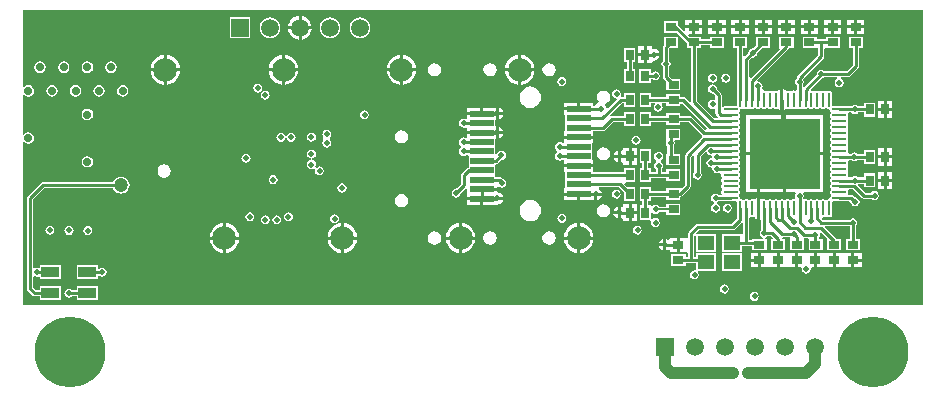
<source format=gtl>
%FSTAX23Y23*%
%MOIN*%
%SFA1B1*%

%IPPOS*%
%ADD10C,0.009843*%
%ADD15R,0.078740X0.019685*%
%ADD16R,0.027559X0.037401*%
%ADD17R,0.059055X0.035433*%
%ADD18O,0.009843X0.051181*%
%ADD19O,0.051181X0.009843*%
%ADD20R,0.236220X0.236220*%
%ADD21R,0.037401X0.027559*%
%ADD22R,0.055118X0.047244*%
%ADD37C,0.039370*%
%ADD38C,0.008000*%
%ADD39C,0.078740*%
%ADD40R,0.059055X0.059055*%
%ADD41C,0.059055*%
%ADD42C,0.236220*%
%ADD43C,0.019685*%
%ADD44C,0.047244*%
%ADD45C,0.027559*%
%LNboard-1*%
%LPD*%
G36*
X05185Y04325D02*
X02185D01*
Y04868*
X0219Y0487*
X02191Y04868*
X02197Y04864*
X02204Y04862*
X02212Y04864*
X02218Y04868*
X02222Y04874*
X02223Y04881*
X02222Y04889*
X02218Y04895*
X02212Y04899*
X02204Y04901*
X02197Y04899*
X02191Y04895*
X0219Y04893*
X02185Y04895*
Y05026*
X0219Y05027*
X02191Y05025*
X02197Y05021*
X02204Y0502*
X02212Y05021*
X02218Y05025*
X02222Y05032*
X02223Y05039*
X02222Y05046*
X02218Y05052*
X02212Y05057*
X02204Y05058*
X02197Y05057*
X02191Y05052*
X0219Y05051*
X02185Y05052*
Y0531*
X05185*
Y04325*
G37*
%LNboard-2*%
%LPC*%
G36*
X04837Y05276D02*
X04813D01*
Y05257*
X04837*
Y05276*
G37*
G36*
X04606D02*
X04582D01*
Y05257*
X04606*
Y05276*
G37*
G36*
X04914D02*
X04891D01*
Y05257*
X04914*
Y05276*
G37*
G36*
X04991D02*
X04968D01*
Y05257*
X04991*
Y05276*
G37*
G36*
X04683D02*
X04659D01*
Y05257*
X04683*
Y05276*
G37*
G36*
X04451D02*
X04428D01*
Y05257*
X04451*
Y05276*
G37*
G36*
X0476D02*
X04736D01*
Y05257*
X0476*
Y05276*
G37*
G36*
X04529D02*
X04505D01*
Y05257*
X04529*
Y05276*
G37*
G36*
X04495D02*
X04471D01*
Y05257*
X04495*
Y05276*
G37*
G36*
X04418D02*
X04394D01*
Y05257*
X04418*
Y05276*
G37*
G36*
X04726D02*
X04703D01*
Y05257*
X04726*
Y05276*
G37*
G36*
X04958D02*
X04934D01*
Y05257*
X04958*
Y05276*
G37*
G36*
X04649D02*
X04625D01*
Y05257*
X04649*
Y05276*
G37*
G36*
X04572D02*
X04548D01*
Y05257*
X04572*
Y05276*
G37*
G36*
X04881D02*
X04857D01*
Y05257*
X04881*
Y05276*
G37*
G36*
X04803D02*
X0478D01*
Y05257*
X04803*
Y05276*
G37*
G36*
X03115Y05289D02*
Y05255D01*
X03149*
X03148Y0526*
X03144Y05269*
X03138Y05278*
X03129Y05284*
X0312Y05288*
X03115Y05289*
G37*
G36*
X03105D02*
X03099Y05288D01*
X0309Y05284*
X03081Y05278*
X03075Y05269*
X03071Y0526*
X0307Y05255*
X03105*
Y05289*
G37*
G36*
X04991Y05247D02*
X04968D01*
Y05228*
X04991*
Y05247*
G37*
G36*
X04958D02*
X04934D01*
Y05228*
X04958*
Y05247*
G37*
G36*
X04914D02*
X04891D01*
Y05228*
X04914*
Y05247*
G37*
G36*
X04881D02*
X04857D01*
Y05228*
X04881*
Y05247*
G37*
G36*
X04837D02*
X04813D01*
Y05228*
X04837*
Y05247*
G37*
G36*
X04803D02*
X0478D01*
Y05228*
X04803*
Y05247*
G37*
G36*
X0476D02*
X04736D01*
Y05228*
X0476*
Y05247*
G37*
G36*
X04726D02*
X04703D01*
Y05228*
X04726*
Y05247*
G37*
G36*
X04683D02*
X04659D01*
Y05228*
X04683*
Y05247*
G37*
G36*
X04649D02*
X04625D01*
Y05228*
X04649*
Y05247*
G37*
G36*
X04606D02*
X04582D01*
Y05228*
X04606*
Y05247*
G37*
G36*
X04572D02*
X04548D01*
Y05228*
X04572*
Y05247*
G37*
G36*
X04529D02*
X04505D01*
Y05228*
X04529*
Y05247*
G37*
G36*
X04495D02*
X04471D01*
Y05228*
X04495*
Y05247*
G37*
G36*
X04451D02*
X04428D01*
Y05228*
X04451*
Y05247*
G37*
G36*
X02944Y05284D02*
X02875D01*
Y05215*
X02944*
Y05284*
G37*
G36*
X0331Y05284D02*
X033Y05283D01*
X03292Y0528*
X03285Y05274*
X03279Y05267*
X03276Y05259*
X03275Y0525*
X03276Y0524*
X03279Y05232*
X03285Y05225*
X03292Y05219*
X033Y05216*
X0331Y05215*
X03319Y05216*
X03327Y05219*
X03334Y05225*
X0334Y05232*
X03343Y0524*
X03344Y0525*
X03343Y05259*
X0334Y05267*
X03334Y05274*
X03327Y0528*
X03319Y05283*
X0331Y05284*
G37*
G36*
X0321D02*
X032Y05283D01*
X03192Y0528*
X03185Y05274*
X03179Y05267*
X03176Y05259*
X03175Y0525*
X03176Y0524*
X03179Y05232*
X03185Y05225*
X03192Y05219*
X032Y05216*
X0321Y05215*
X03219Y05216*
X03227Y05219*
X03234Y05225*
X0324Y05232*
X03243Y0524*
X03244Y0525*
X03243Y05259*
X0324Y05267*
X03234Y05274*
X03227Y0528*
X03219Y05283*
X0321Y05284*
G37*
G36*
X0301D02*
X03Y05283D01*
X02992Y0528*
X02985Y05274*
X02979Y05267*
X02976Y05259*
X02975Y0525*
X02976Y0524*
X02979Y05232*
X02985Y05225*
X02992Y05219*
X03Y05216*
X0301Y05215*
X03019Y05216*
X03027Y05219*
X03034Y05225*
X0304Y05232*
X03043Y0524*
X03044Y0525*
X03043Y05259*
X0304Y05267*
X03034Y05274*
X03027Y0528*
X03019Y05283*
X0301Y05284*
G37*
G36*
X03149Y05245D02*
X03115D01*
Y0521*
X0312Y05211*
X03129Y05215*
X03138Y05221*
X03144Y0523*
X03148Y05239*
X03149Y05245*
G37*
G36*
X03105D02*
X0307D01*
X03071Y05239*
X03075Y0523*
X03081Y05221*
X0309Y05215*
X03099Y05211*
X03105Y0521*
Y05245*
G37*
G36*
X04255Y05188D02*
X04236D01*
Y05165*
X04255*
Y05188*
G37*
G36*
X04284D02*
X04265D01*
Y0516*
Y05131*
X04284*
Y05136*
X04288Y05139*
X04289Y05139*
X04296Y05141*
X04303Y05145*
X04307Y05152*
X04308Y05155*
X04289*
Y05165*
X04308*
X04307Y05167*
X04303Y05174*
X04296Y05178*
X04289Y0518*
X04288Y0518*
X04284Y05183*
Y05188*
G37*
G36*
X04255Y05155D02*
X04236D01*
Y05131*
X04255*
Y05155*
G37*
G36*
X03847Y05159D02*
Y05115D01*
X03891*
X0389Y05122*
X03885Y05134*
X03877Y05145*
X03867Y05153*
X03855Y05158*
X03847Y05159*
G37*
G36*
X03837D02*
X03829Y05158D01*
X03817Y05153*
X03807Y05145*
X03799Y05134*
X03794Y05122*
X03793Y05115*
X03837*
Y05159*
G37*
G36*
X03453D02*
Y05115D01*
X03497*
X03496Y05122*
X03491Y05134*
X03483Y05145*
X03473Y05153*
X03461Y05158*
X03453Y05159*
G37*
G36*
X03443D02*
X03435Y05158D01*
X03423Y05153*
X03413Y05145*
X03405Y05134*
X034Y05122*
X03399Y05115*
X03443*
Y05159*
G37*
G36*
X0306D02*
Y05115D01*
X03104*
X03103Y05122*
X03098Y05134*
X0309Y05145*
X03079Y05153*
X03067Y05158*
X0306Y05159*
G37*
G36*
X0305D02*
X03042Y05158D01*
X0303Y05153*
X03019Y05145*
X03011Y05134*
X03006Y05122*
X03005Y05115*
X0305*
Y05159*
G37*
G36*
X02666D02*
Y05115D01*
X0271*
X02709Y05122*
X02704Y05134*
X02696Y05145*
X02686Y05153*
X02674Y05158*
X02666Y05159*
G37*
G36*
X02656D02*
X02648Y05158D01*
X02636Y05153*
X02626Y05145*
X02618Y05134*
X02613Y05122*
X02612Y05115*
X02656*
Y05159*
G37*
G36*
X0248Y05137D02*
X02472Y05135D01*
X02466Y05131*
X02462Y05125*
X02461Y05118*
X02462Y0511*
X02466Y05104*
X02472Y051*
X0248Y05098*
X02487Y051*
X02493Y05104*
X02498Y0511*
X02499Y05118*
X02498Y05125*
X02493Y05131*
X02487Y05135*
X0248Y05137*
G37*
G36*
X02401D02*
X02394Y05135D01*
X02388Y05131*
X02383Y05125*
X02382Y05118*
X02383Y0511*
X02388Y05104*
X02394Y051*
X02401Y05098*
X02408Y051*
X02415Y05104*
X02419Y0511*
X0242Y05118*
X02419Y05125*
X02415Y05131*
X02408Y05135*
X02401Y05137*
G37*
G36*
X02322D02*
X02315Y05135D01*
X02309Y05131*
X02305Y05125*
X02303Y05118*
X02305Y0511*
X02309Y05104*
X02315Y051*
X02322Y05098*
X0233Y051*
X02336Y05104*
X0234Y0511*
X02341Y05118*
X0234Y05125*
X02336Y05131*
X0233Y05135*
X02322Y05137*
G37*
G36*
X02244D02*
X02236Y05135D01*
X0223Y05131*
X02226Y05125*
X02224Y05118*
X02226Y0511*
X0223Y05104*
X02236Y051*
X02244Y05098*
X02251Y051*
X02257Y05104*
X02261Y0511*
X02263Y05118*
X02261Y05125*
X02257Y05131*
X02251Y05135*
X02244Y05137*
G37*
G36*
X0394Y05132D02*
X03932Y0513D01*
X03925Y05125*
X0392Y05118*
X03918Y0511*
X0392Y05101*
X03925Y05094*
X03932Y05089*
X0394Y05087*
X03949Y05089*
X03956Y05094*
X03961Y05101*
X03962Y0511*
X03961Y05118*
X03956Y05125*
X03949Y0513*
X0394Y05132*
G37*
G36*
X03743D02*
X03735Y0513D01*
X03728Y05125*
X03723Y05118*
X03721Y0511*
X03723Y05101*
X03728Y05094*
X03735Y05089*
X03743Y05087*
X03752Y05089*
X03759Y05094*
X03764Y05101*
X03766Y0511*
X03764Y05118*
X03759Y05125*
X03752Y0513*
X03743Y05132*
G37*
G36*
X03558D02*
X0355Y0513D01*
X03543Y05125*
X03538Y05118*
X03536Y0511*
X03538Y05101*
X03543Y05094*
X0355Y05089*
X03558Y05087*
X03567Y05089*
X03574Y05094*
X03579Y05101*
X03581Y0511*
X03579Y05118*
X03574Y05125*
X03567Y0513*
X03558Y05132*
G37*
G36*
X04279Y05113D02*
X04241D01*
Y05066*
X04279*
Y05079*
X04284Y05079*
X04289Y05076*
X04295Y05074*
X043Y05076*
X04305Y05079*
X04308Y05084*
X0431Y0509*
X04308Y05095*
X04305Y051*
X043Y05103*
X04295Y05105*
X04289Y05103*
X04284Y051*
X04279Y051*
Y05113*
G37*
G36*
X04529Y05096D02*
X04523Y05095D01*
X04518Y05092*
X04515Y05087*
X04514Y05081*
X04515Y05075*
X04518Y0507*
X04523Y05067*
X04529Y05066*
X04535Y05067*
X04539Y0507*
X04543Y05075*
X04544Y05081*
X04543Y05087*
X04539Y05092*
X04535Y05095*
X04529Y05096*
G37*
G36*
X04485D02*
X04479Y05095D01*
X04474Y05092*
X04471Y05087*
X0447Y05081*
X04471Y05075*
X04474Y0507*
X04479Y05067*
X04485Y05066*
X04491Y05067*
X04496Y0507*
X04499Y05075*
X045Y05081*
X04499Y05087*
X04496Y05092*
X04491Y05095*
X04485Y05096*
G37*
G36*
X04228Y05183D02*
X0419D01*
Y05136*
X04199*
Y05113*
X0419*
Y05066*
X04228*
Y05113*
X04219*
Y05136*
X04228*
Y05183*
G37*
G36*
X03891Y05105D02*
X03847D01*
Y0506*
X03855Y05061*
X03867Y05066*
X03877Y05074*
X03885Y05085*
X0389Y05097*
X03891Y05105*
G37*
G36*
X03837D02*
X03793D01*
X03794Y05097*
X03799Y05085*
X03807Y05074*
X03817Y05066*
X03829Y05061*
X03837Y0506*
Y05105*
G37*
G36*
X03497D02*
X03453D01*
Y0506*
X03461Y05061*
X03473Y05066*
X03483Y05074*
X03491Y05085*
X03496Y05097*
X03497Y05105*
G37*
G36*
X03443D02*
X03399D01*
X034Y05097*
X03405Y05085*
X03413Y05074*
X03423Y05066*
X03435Y05061*
X03443Y0506*
Y05105*
G37*
G36*
X03104D02*
X0306D01*
Y0506*
X03067Y05061*
X03079Y05066*
X0309Y05074*
X03098Y05085*
X03103Y05097*
X03104Y05105*
G37*
G36*
X0305D02*
X03005D01*
X03006Y05097*
X03011Y05085*
X03019Y05074*
X0303Y05066*
X03042Y05061*
X0305Y0506*
Y05105*
G37*
G36*
X0271D02*
X02666D01*
Y0506*
X02674Y05061*
X02686Y05066*
X02696Y05074*
X02704Y05085*
X02709Y05097*
X0271Y05105*
G37*
G36*
X02656D02*
X02612D01*
X02613Y05097*
X02618Y05085*
X02626Y05074*
X02636Y05066*
X02648Y05061*
X02656Y0506*
Y05105*
G37*
G36*
X03983Y05085D02*
X03977Y05084D01*
X03972Y05081*
X03969Y05076*
X03967Y0507*
X03969Y05064*
X03972Y05059*
X03977Y05056*
X03983Y05055*
X03988Y05056*
X03993Y05059*
X03996Y05064*
X03998Y0507*
X03996Y05076*
X03993Y05081*
X03988Y05084*
X03983Y05085*
G37*
G36*
X04369Y05271D02*
X04322D01*
Y05233*
X04365*
X04399Y052*
Y05182*
X04413*
Y05003*
X04409Y05001*
X04408Y05001*
X04392Y05017*
X04388Y05019*
X04385Y0502*
X04378*
Y05028*
X04331*
Y0502*
X04279*
Y05033*
X04242*
Y04986*
X04279*
Y04999*
X0429*
X04292Y04997*
X04292Y04994*
X0429Y0499*
X04289Y04985*
X0429Y04979*
X04293Y04974*
X04298Y04971*
X04304Y04969*
X04309Y04971*
X04314Y04974*
X04318Y04979*
X04319Y04985*
X04318Y0499*
X04315Y04994*
X04316Y04997*
X04317Y04999*
X04331*
Y0499*
X04378*
Y04994*
X04383Y04996*
X04465Y04915*
X04463Y0491*
X0446Y04909*
X04417Y04953*
X04413Y04955*
X0441Y04956*
X04378*
Y04964*
X04331*
Y04956*
X04279*
Y04969*
X04242*
Y04922*
X04279*
Y04935*
X04331*
Y04926*
X04378*
Y04935*
X04405*
X0445Y04891*
X0445Y04891*
X04451Y04888*
X0445Y04885*
X04395Y04829*
X04393Y04826*
X04392Y04822*
Y04726*
X04382Y04716*
X04378Y04714*
X04331*
Y04705*
X04279*
Y04718*
X04242*
Y04671*
X04251*
Y04657*
X04242*
Y0461*
X04276*
X04277*
X04278Y04608*
X0428Y04605*
X04279Y046*
X04281Y04594*
X04284Y04589*
X04289Y04586*
X04295Y04585*
X043Y04586*
X04305Y04589*
X04308Y04594*
X0431Y046*
X04308Y04606*
X04305Y04611*
X043Y04614*
X04295Y04615*
X04289Y04614*
X04284Y04611*
X04282Y04612*
X04279Y04613*
Y04614*
Y04614*
Y04631*
X04282Y04632*
X04284Y04633*
X04289Y0463*
X04295Y04629*
X043Y0463*
X04305Y04633*
X04306Y04635*
X04331*
Y04625*
X04378*
Y04663*
X04331*
Y04653*
X04306*
X04305Y04655*
X043Y04658*
X04295Y04659*
X04289Y04658*
X04284Y04655*
X04284Y04655*
X04279Y04657*
X04271*
Y04671*
X04279*
Y04684*
X04331*
Y04676*
X04378*
Y04685*
X04378Y04685*
X04382Y04687*
X04409Y04715*
X04411Y04718*
X04412Y04722*
Y04818*
X0442Y04825*
X04421Y04825*
X04424Y04823*
Y04769*
X04424Y04769*
X04421Y04764*
X04419Y04758*
X04421Y04752*
X04424Y04747*
X04429Y04744*
X04435Y04743*
X0444Y04744*
X04445Y04747*
X04448Y04752*
X0445Y04758*
X04448Y04764*
X04445Y04769*
X04445Y04769*
Y0482*
X0446Y04836*
X04465Y04834*
X04466Y04833*
X04469Y04828*
X04474Y04825*
X0448Y04824*
X0448Y04824*
X04484Y0482*
X04484Y04819*
X04484Y04819*
X0448Y04814*
X0448Y04815*
X04474Y04813*
X04469Y0481*
X04466Y04805*
X04464Y048*
X04466Y04794*
X04469Y04789*
X04474Y04786*
X0448Y04784*
X0448Y04785*
X04484Y0478*
X04484Y0478*
X04486Y04774*
X04489Y04769*
X04494Y04766*
X045Y04765*
X04505Y04766*
X04508Y04768*
X04511Y04767*
X04511Y04766*
X04514Y04762*
X04514Y0476*
X04514Y04756*
X04517Y04753*
Y04748*
X04514Y04744*
X04514Y0474*
X04514Y04737*
X04517Y04733*
Y04728*
X04514Y04725*
X04514Y04721*
X04514Y04717*
X04517Y04714*
Y04708*
X04514Y04705*
X04514Y04701*
X04514Y04697*
X04515Y04696*
X04512Y04691*
X04506*
X04505Y04692*
X045Y04695*
X04495Y04696*
X04489Y04695*
X04484Y04692*
X04481Y04687*
X04479Y04681*
X04481Y04676*
X04484Y04671*
X04489Y04667*
X0449Y04667*
Y04662*
X04489Y04662*
X04484Y04659*
X04481Y04654*
X0448Y04648*
X04481Y04642*
X04484Y04637*
X04489Y04634*
X04495Y04633*
X045Y04634*
X04505Y04637*
X04509Y04642*
X0451Y04648*
X04509Y04654*
X04505Y04659*
X045Y04662*
X04499Y04662*
Y04667*
X045Y04667*
X04505Y04671*
X04506Y04671*
X04563*
X04566Y0467*
X04568Y04667*
Y04648*
Y04614*
X04549Y04595*
X04435*
X04431Y04594*
X04427Y04592*
X04407Y04571*
X04405Y04568*
X04404Y04564*
Y04552*
X044Y0455*
X04399*
X04376*
Y04526*
Y04502*
X04399*
X044*
X04404Y045*
Y04485*
X04395*
Y04494*
X04348*
Y04456*
X04395*
Y04465*
X0443*
Y04445*
X04425Y04441*
X04425Y04441*
X04419Y0444*
X04414Y04436*
X04411Y04431*
X04409Y04426*
X04411Y0442*
X04414Y04415*
X04419Y04412*
X04425Y04411*
X0443Y04412*
X04435Y04415*
X04438Y0442*
X0444Y04426*
X04438Y04431*
X04436Y04435*
X04437Y04439*
X04438Y0444*
X04496*
Y04498*
X0443*
Y04485*
X04424*
Y04557*
X04425Y04557*
X04428Y04557*
X0443Y04555*
Y04503*
X04496*
Y04561*
X04435*
X04432*
X0443Y04565*
X04439Y04574*
X04553*
X04557Y04575*
X0456Y04577*
X04583Y046*
X04588Y04598*
Y04542*
X04582*
Y04561*
X04517*
Y04503*
X04582*
Y04522*
X04618*
Y04507*
X04665*
Y04545*
X0466*
X04659Y0455*
X04662Y04551*
X04667Y04554*
X04668Y04554*
X0468*
X04685Y0455*
X04683Y04545*
X0468*
Y04507*
X04727*
Y04545*
X04718*
X04716Y04547*
X04716Y04547*
X0472Y04552*
X04742*
X04744Y0455*
X04742Y04545*
Y04507*
X0479*
Y0454*
Y04545*
X0479Y0455*
X04794*
X04804*
X04805Y04545*
Y04507*
X04852*
Y04545*
X04841*
X0484Y04547*
X04839Y0455*
X04842Y04554*
X04843Y0456*
X04842Y04565*
X04843Y04566*
X04848Y04567*
X04865Y04549*
X04867Y04545*
Y04507*
X04914*
Y04545*
X04898*
X04898Y04546*
X04859Y04585*
X0486Y04589*
X04942*
X04942Y04589*
X04943Y04588*
Y04545*
X04929*
Y04507*
X04977*
Y04545*
X04963*
Y04588*
X04964Y04589*
X04967Y04594*
X04968Y046*
X04967Y04605*
X04964Y0461*
X04959Y04613*
X04953Y04615*
X04947Y04613*
X04942Y0461*
X04942Y0461*
X04852*
X04849Y04613*
X04852Y04617*
X04854Y04617*
X04857Y04618*
X04861Y0462*
X04866*
X04869Y04618*
X04873Y04617*
X04877Y04618*
X0488Y0462*
X04883Y04623*
X04883Y04627*
Y04667*
X04885Y0467*
X04888Y04671*
X0494*
X04944Y0467*
X04946Y04664*
X04949Y04659*
X04954Y04656*
X0496Y04654*
X04965Y04656*
X0497Y04659*
X04973Y04664*
X04975Y0467*
X04973Y04675*
X0497Y0468*
X04965Y04683*
X0496Y04685*
X04959Y04684*
X04955Y04689*
X04952Y04691*
X04948Y04691*
X04939*
X04936Y04696*
X04937Y04697*
X04937Y04701*
X04937Y04705*
X04936Y04706*
X04939Y04711*
X04954*
X04982Y04683*
X04985Y04681*
X04989Y0468*
X05013*
X05014Y04679*
X05019Y04676*
X05025Y04675*
X0503Y04676*
X05035Y04679*
X05038Y04684*
X0504Y0469*
X05038Y04696*
X05035Y04701*
X0503Y04704*
X05025Y04705*
X05019Y04704*
X05014Y04701*
X05013Y047*
X04993*
X04969Y04724*
X0497Y04729*
X0497Y0473*
X04971Y0473*
X0499*
Y04717*
X05028*
Y04764*
X0499*
Y04751*
X04971*
X0497Y04751*
X04965Y04754*
X0496Y04756*
X04954Y04754*
X04949Y04751*
X04948Y04751*
X04939*
X04936Y04756*
X04937Y04756*
X04937Y0476*
X04937Y04764*
X04935Y04767*
Y04773*
X04937Y04776*
X04937Y0478*
X04937Y04784*
X04935Y04787*
Y04792*
X04937Y04796*
X04937Y04799*
X04937Y04803*
X04936Y04804*
X04939Y04809*
X04947*
X04947Y04808*
X04952Y04805*
X04958Y04804*
X04964Y04805*
X04969Y04808*
X04969Y04809*
X0499*
Y04795*
X05028*
Y04843*
X0499*
Y04829*
X04969*
X04969Y0483*
X04964Y04833*
X04958Y04834*
X04952Y04833*
X04947Y0483*
X04947Y04829*
X04939*
X04936Y04834*
X04937Y04835*
X04937Y04839*
X04937Y04843*
X04935Y04846*
Y04851*
X04937Y04855*
X04937Y04859*
X04937Y04862*
X04935Y04866*
Y04871*
X04937Y04874*
X04937Y04878*
X04937Y04882*
X04935Y04885*
Y04891*
X04937Y04894*
X04937Y04898*
X04937Y04902*
X04935Y04905*
Y0491*
X04937Y04914*
X04937Y04918*
X04937Y04921*
X04935Y04925*
Y0493*
X04937Y04933*
X04937Y04937*
X04937Y04941*
X04935Y04944*
Y0495*
X04937Y04953*
X04937Y04957*
X04937Y04961*
X04936Y04962*
X04939Y04967*
X04948*
X04949Y04966*
X04954Y04963*
X0496Y04961*
X04965Y04963*
X0497Y04966*
X04971Y04967*
X0499*
Y04953*
X05028*
Y05*
X0499*
Y04987*
X04971*
X0497Y04987*
X04965Y04991*
X0496Y04992*
X04954Y04991*
X04949Y04987*
X04948Y04987*
X04888*
X04885Y04988*
X04883Y04991*
Y05031*
X04883Y05035*
X0488Y05038*
X04877Y0504*
X04873Y05041*
X04869Y0504*
X04866Y05038*
X04861*
X04857Y0504*
X04854Y05041*
X0485Y0504*
X04846Y05038*
X04841*
X04838Y0504*
X04834Y05041*
X0483Y0504*
X04827Y05038*
X04821*
X04818Y0504*
X04814Y05041*
X04812Y05046*
X04846Y0508*
X04847Y0508*
X04853Y05081*
X04858Y05084*
X04858Y05085*
X04899*
X04901Y0508*
X04901Y0508*
X04896Y05077*
X04893Y05072*
X04892Y05066*
X04893Y0506*
X04896Y05055*
X04901Y05052*
X04907Y05051*
X04912Y05052*
X04917Y05055*
X04921Y0506*
X04922Y05066*
X04921Y05072*
X04917Y05077*
X04913Y0508*
X04913Y0508*
X04914Y05085*
X04937*
X04941Y05086*
X04944Y05088*
X0497Y05114*
X04972Y05117*
X04973Y05121*
Y05182*
X04986*
Y0522*
X04939*
Y05182*
X04953*
Y05125*
X04933Y05105*
X04858*
X04858Y05106*
X04853Y05109*
X04847Y0511*
X04841Y05109*
X04836Y05106*
X04833Y05101*
X04832Y05095*
X04832Y05094*
X0479Y05052*
X04786Y05054*
X04785Y05059*
X04788Y05064*
X0479Y0507*
X04788Y05075*
X04786Y05079*
X04855Y05148*
X04857Y05152*
X04858Y05156*
Y0518*
X04862Y05182*
X04909*
Y0522*
X04862*
Y05211*
X04832*
Y0522*
X04785*
Y05182*
X04832*
Y05191*
X04837*
Y0516*
X04768Y0509*
X04765Y05087*
X04765Y05083*
Y05081*
X04764Y0508*
X04761Y05075*
X04759Y0507*
X04761Y05064*
X04764Y05059*
X04765Y05058*
Y05042*
X0476Y0504*
X04759Y0504*
X04755Y05041*
X04751Y0504*
X04748Y05038*
X04743*
X04739Y0504*
X04735Y05041*
X04732Y0504*
X04727Y05041*
X04727Y05042*
X04722Y05045*
X04721Y05045*
Y0501*
Y04975*
X04722Y04975*
X04727Y04979*
X04727Y04979*
X04732Y0498*
X04735Y04979*
X04739Y0498*
X04743Y04982*
X04748*
X04751Y0498*
X04755Y04979*
X04759Y0498*
X04762Y04982*
X04768*
X04771Y0498*
X04775Y04979*
X04779Y0498*
X04782Y04982*
X04787*
X04791Y0498*
X04795Y04979*
X04798Y0498*
X04802Y04982*
X04807*
X0481Y0498*
X04814Y04979*
X04818Y0498*
X04821Y04982*
X04827*
X0483Y0498*
X04834Y04979*
X04838Y0498*
X04841Y04982*
X04846*
X0485Y0498*
X04854Y04979*
X04857Y0498*
X04861Y04982*
X04866*
X04869Y0498*
X04871Y0498*
X04874Y04978*
X04876Y04975*
X04877Y04973*
X04879Y04969*
Y04964*
X04877Y04961*
X04876Y04957*
X04877Y04953*
X04879Y0495*
Y04944*
X04877Y04941*
X04876Y04937*
X04877Y04933*
X04879Y0493*
Y04925*
X04877Y04921*
X04876Y04918*
X04877Y04914*
X04879Y0491*
Y04905*
X04877Y04902*
X04876Y04898*
X04877Y04894*
X04879Y04891*
Y04885*
X04877Y04882*
X04876Y04878*
X04877Y04874*
X04879Y04871*
Y04866*
X04877Y04862*
X04876Y04859*
X04877Y04855*
X04879Y04851*
Y04846*
X04877Y04843*
X04876Y04839*
X04877Y04835*
X04879Y04832*
Y04826*
X04877Y04823*
X04876Y04819*
X04877Y04815*
X04879Y04812*
Y04807*
X04877Y04803*
X04876Y04799*
X04877Y04796*
X04879Y04792*
Y04787*
X04877Y04784*
X04876Y0478*
X04877Y04776*
X04879Y04773*
Y04767*
X04877Y04764*
X04876Y0476*
X04877Y04756*
X04879Y04753*
Y04748*
X04877Y04744*
X04876Y0474*
X04877Y04737*
X04879Y04733*
Y04728*
X04877Y04725*
X04876Y04721*
X04877Y04717*
X04879Y04714*
Y04708*
X04877Y04705*
X04876Y04701*
X04877Y04697*
X04879Y04694*
Y04689*
X04877Y04685*
X04876Y04681*
X04871Y04678*
X04869Y04678*
X04866Y04676*
X04861*
X04857Y04678*
X04854Y04679*
X0485Y04678*
X04846Y04676*
X04841*
X04838Y04678*
X04834Y04679*
X0483Y04678*
X04827Y04676*
X04821*
X04818Y04678*
X04814Y04679*
X0481Y04678*
X04807Y04676*
X04802*
X04798Y04678*
X04795Y04679*
X04791Y04678*
X04789Y0468*
X04788Y04682*
X04788Y04683*
X0479Y04689*
X04788Y04694*
X04787Y04696*
X0479Y04701*
X04854*
Y04824*
X04731*
Y04701*
X04759*
X04762Y04696*
X04761Y04694*
X04759Y04689*
X04761Y04683*
X04761Y04682*
X04761Y04682*
X04758Y04678*
X04755Y04679*
X04751Y04678*
X04748Y04676*
X04743*
X04739Y04678*
X04735Y04679*
X04732Y04678*
X04728Y04676*
X04723*
X0472Y04678*
X04716Y04679*
X04712Y04678*
X04709Y04676*
X04703*
X047Y04678*
X04696Y04679*
X04692Y04678*
X04689Y04676*
X04684*
X0468Y04678*
X04676Y04679*
X04673Y04678*
X04669Y04676*
X04664*
X04661Y04678*
X04657Y04679*
X04653Y04678*
X04648Y04679*
X04648Y04679*
X04643Y04683*
X04642Y04683*
Y04648*
Y04613*
X04647Y0461*
Y04576*
X04646Y04575*
X04643Y0457*
X04642Y04565*
X04643Y04559*
X04646Y04554*
X04651Y04551*
X04654Y0455*
X04654Y04545*
X04618*
Y04542*
X04608*
Y04616*
X04613Y04618*
X04613Y04618*
X04617Y04617*
X04621Y04618*
X04626Y04617*
X04626Y04616*
X04631Y04613*
X04632Y04613*
Y04648*
Y04683*
X04631Y04683*
X04626Y04679*
X04626Y04679*
X04621Y04678*
X04617Y04679*
X04613Y04678*
X0461Y04676*
X04605*
X04602Y04678*
X04598Y04679*
X04594Y04678*
X0459Y04676*
X04585*
X04582Y04678*
X04578Y04679*
X04575Y04681*
X04575Y04685*
X04572Y04689*
Y04694*
X04575Y04697*
X04575Y04701*
X04575Y04705*
X04572Y04708*
Y04714*
X04575Y04717*
X04575Y04721*
X04575Y04725*
X04572Y04728*
Y04733*
X04575Y04737*
X04575Y0474*
X04575Y04744*
X04572Y04748*
Y04753*
X04575Y04756*
X04575Y0476*
X04575Y04764*
X04572Y04767*
Y04773*
X04575Y04776*
X04575Y0478*
X04575Y04784*
X04572Y04787*
Y04792*
X04575Y04796*
X04575Y04799*
X04575Y04803*
X04572Y04807*
Y04812*
X04575Y04815*
X04575Y04819*
X04575Y04823*
X04572Y04826*
Y04832*
X04575Y04835*
X04575Y04839*
X04575Y04843*
X04572Y04846*
Y04851*
X04575Y04855*
X04575Y04859*
X04575Y04862*
X04572Y04866*
Y04871*
X04575Y04874*
X04575Y04878*
X04575Y04882*
X04572Y04885*
Y04891*
X04575Y04894*
X04575Y04898*
X04575Y04902*
X04572Y04905*
Y0491*
X04575Y04914*
X04575Y04918*
X04575Y04921*
X04572Y04925*
Y0493*
X04575Y04933*
X04575Y04937*
X04575Y04941*
X04572Y04944*
Y0495*
X04575Y04953*
X04575Y04957*
X04575Y04961*
X04572Y04964*
Y04969*
X04575Y04973*
X04575Y04975*
X04578Y04979*
X04582Y0498*
X04585Y04982*
X0459*
X04594Y0498*
X04598Y04979*
X04602Y0498*
X04605Y04982*
X0461*
X04613Y0498*
X04617Y04979*
X04621Y0498*
X04624Y04982*
X0463*
X04633Y0498*
X04637Y04979*
X04641Y0498*
X04644Y04982*
X0465*
X04653Y0498*
X04657Y04979*
X04661Y0498*
X04664Y04982*
X04669*
X04673Y0498*
X04676Y04979*
X0468Y0498*
X04684Y04982*
X04689*
X04692Y0498*
X04696Y04979*
X047Y0498*
X04705Y04979*
X04705Y04979*
X0471Y04975*
X04711Y04975*
Y0501*
Y05045*
X0471Y05045*
X04705Y05042*
X04705Y05041*
X047Y0504*
X04696Y05041*
X04692Y0504*
X04689Y05038*
X04684*
X0468Y0504*
X04676Y05041*
X04673Y0504*
X04669Y05038*
X04664*
X04661Y0504*
X04657Y05041*
X04656Y05041*
X0465Y05044*
X0465Y05044*
X0465Y05047*
X04651Y05049*
X04652Y05055*
X04651Y0506*
X04648Y05065*
X04643Y05068*
X04637Y0507*
X04636Y05069*
X04633Y05074*
X04738Y05179*
X0474Y05182*
X04755*
Y0522*
X04708*
Y05182*
X04709Y05179*
X04613Y05082*
X04608Y05084*
Y0514*
X04618Y05151*
X04619Y0515*
X04624Y05152*
X04629Y05155*
X04633Y0516*
X04634Y05166*
X04634Y05166*
X0465Y05182*
X04678*
Y0522*
X0463*
Y05192*
X04619Y0518*
X04619Y05181*
X04613Y05179*
X04608Y05176*
X04605Y05171*
X04604Y05166*
X04604Y05165*
X04593Y05154*
X04588Y05156*
Y05182*
X04601*
Y0522*
X04553*
Y05182*
X04568*
Y05031*
Y04991*
X04566Y04988*
X04563Y04987*
X04524*
X0452Y04986*
X0452Y04986*
X04515Y04988*
Y05026*
X04514Y0503*
X04512Y05033*
X045Y05045*
X045Y05046*
X04499Y05051*
X04496Y05056*
X04491Y0506*
X04485Y05061*
X04479Y0506*
X04474Y05056*
X04471Y05051*
X0447Y05046*
X04471Y0504*
X04474Y05035*
X04479Y05032*
X04485Y0503*
X04486Y05031*
X04494Y05022*
Y05011*
X04489Y05009*
X04485Y05009*
X04479Y05008*
X04474Y05005*
X04471Y05*
X04469Y04994*
X04471Y04989*
X04474Y04984*
X04479Y0498*
X04485Y04979*
X04489Y0498*
X04494Y04978*
Y04965*
X04495Y04961*
X04497Y04957*
X04502Y04952*
X045Y04947*
X04491*
X04433Y05006*
Y05182*
X04446*
Y05191*
X04476*
Y05182*
X04524*
Y0522*
X04476*
Y05211*
X04446*
Y0522*
X04408*
X04404Y05224*
X04406Y05228*
X04418*
Y05247*
X04394*
Y0524*
X04389Y05238*
X04369Y05258*
Y05271*
G37*
G36*
Y0522D02*
X04322D01*
Y05191*
X0432Y05189*
X04319Y05185*
Y05141*
X04319Y0514*
X04316Y05135*
X04314Y0513*
X04316Y05124*
X04319Y05119*
X04319Y05118*
Y05085*
X0432Y05081*
X04322Y05078*
X04331Y05069*
Y05041*
X04378*
Y05079*
X0435*
X0434Y05089*
Y05118*
X0434Y05119*
X04343Y05124*
X04345Y0513*
X04343Y05135*
X0434Y0514*
X0434Y05141*
Y05181*
X04341Y05182*
X04369*
Y0522*
G37*
G36*
X02519Y05058D02*
X02512Y05057D01*
X02506Y05052*
X02501Y05046*
X025Y05039*
X02501Y05032*
X02506Y05025*
X02512Y05021*
X02519Y0502*
X02527Y05021*
X02533Y05025*
X02537Y05032*
X02538Y05039*
X02537Y05046*
X02533Y05052*
X02527Y05057*
X02519Y05058*
G37*
G36*
X0244D02*
X02433Y05057D01*
X02427Y05052*
X02423Y05046*
X02421Y05039*
X02423Y05032*
X02427Y05025*
X02433Y05021*
X0244Y0502*
X02448Y05021*
X02454Y05025*
X02458Y05032*
X0246Y05039*
X02458Y05046*
X02454Y05052*
X02448Y05057*
X0244Y05058*
G37*
G36*
X02362D02*
X02354Y05057D01*
X02348Y05052*
X02344Y05046*
X02343Y05039*
X02344Y05032*
X02348Y05025*
X02354Y05021*
X02362Y0502*
X02369Y05021*
X02375Y05025*
X02379Y05032*
X02381Y05039*
X02379Y05046*
X02375Y05052*
X02369Y05057*
X02362Y05058*
G37*
G36*
X02283D02*
X02276Y05057D01*
X02269Y05052*
X02265Y05046*
X02264Y05039*
X02265Y05032*
X02269Y05025*
X02276Y05021*
X02283Y0502*
X0229Y05021*
X02297Y05025*
X02301Y05032*
X02302Y05039*
X02301Y05046*
X02297Y05052*
X0229Y05057*
X02283Y05058*
G37*
G36*
X02969Y05063D02*
X02963Y05062D01*
X02958Y05059*
X02955Y05054*
X02954Y05048*
X02955Y05042*
X02958Y05037*
X02963Y05034*
X02969Y05033*
X02975Y05034*
X02979Y05037*
X02983Y05034*
X0298Y0503*
X02979Y05025*
X0298Y05019*
X02984Y05014*
X02989Y05011*
X02994Y05009*
X03Y05011*
X03005Y05014*
X03008Y05019*
X03009Y05025*
X03008Y0503*
X03005Y05035*
X03Y05038*
X02994Y0504*
X02989Y05038*
X02984Y05035*
X0298Y05038*
X02983Y05042*
X02984Y05048*
X02983Y05054*
X02979Y05059*
X02975Y05062*
X02969Y05063*
G37*
G36*
X04034Y04998D02*
X03989D01*
Y04984*
X04034*
Y04998*
G37*
G36*
X03877Y05054D02*
X03868Y05053D01*
X03859Y05049*
X03852Y05043*
X03846Y05036*
X03843Y05027*
X03842Y05018*
X03843Y05009*
X03846Y05*
X03852Y04993*
X03859Y04987*
X03868Y04983*
X03877Y04982*
X03887Y04983*
X03895Y04987*
X03903Y04993*
X03908Y05*
X03912Y05009*
X03913Y05018*
X03912Y05027*
X03908Y05036*
X03903Y05043*
X03895Y05049*
X03887Y05053*
X03877Y05054*
G37*
G36*
X05084Y05005D02*
X05065D01*
Y04982*
X05084*
Y05005*
G37*
G36*
X05055D02*
X05036D01*
Y04982*
X05055*
Y05005*
G37*
G36*
X04165Y05045D02*
X04159Y05043D01*
X04154Y0504*
X04151Y05035*
X04149Y0503*
X04151Y05024*
X04154Y05019*
X04159Y05016*
X04163Y05015*
X04165Y05011*
X04165Y0501*
X04137Y04981*
X04131Y04983*
X0413Y04987*
X04127Y04992*
X04129Y04997*
X0413Y04997*
X04137Y05002*
X04142Y05009*
X04144Y05018*
X04142Y05026*
X04137Y05034*
X0413Y05038*
X04121Y0504*
X04113Y05038*
X04106Y05034*
X04101Y05026*
X04099Y05018*
X04101Y05009*
X04105Y05004*
X04104Y04999*
X04103Y04998*
X04097Y04994*
X04096Y04992*
X04089Y0499*
X04088Y04991*
Y04998*
X04044*
Y04979*
X04039*
Y04974*
X03989*
Y04959*
X03994*
Y04935*
Y04932*
Y04927*
Y04904*
X03989*
Y04889*
X04088*
Y04904*
X04092Y04905*
X04121*
X04124Y04906*
X04128Y04908*
X04155Y04935*
X04191*
Y04922*
X04228*
Y04969*
X04191*
Y04956*
X04151*
X04147Y04955*
X04146Y04954*
X04142Y04958*
X04184Y04999*
X04191*
Y04986*
X04228*
Y05033*
X04191*
Y0502*
X04182*
X0418Y05022*
X04179Y05024*
X04179Y05024*
X0418Y0503*
X04178Y05035*
X04175Y0504*
X0417Y05043*
X04165Y05045*
G37*
G36*
X03772Y04983D02*
Y04969D01*
X03787*
X03786Y04971*
X03782Y04978*
X03775Y04982*
X03772Y04983*
G37*
G36*
X03711Y04983D02*
X03667D01*
Y04968*
X03711*
Y04983*
G37*
G36*
X05084Y04972D02*
X05065D01*
Y04948*
X05084*
Y04972*
G37*
G36*
X05055D02*
X05036D01*
Y04948*
X05055*
Y04972*
G37*
G36*
X03762Y04983D02*
X03762Y04983D01*
X03721*
Y04963*
X03716*
Y04958*
X03667*
Y04947*
X03662Y04944*
X0366Y04945*
X03655Y04946*
X03649Y04945*
X03644Y04942*
X03641Y04937*
X03639Y04931*
X03641Y04926*
X03644Y04921*
X03649Y04917*
X03655Y04916*
X0366Y04917*
X03662Y04918*
X03667Y04916*
Y04905*
X03716*
Y04895*
X03667*
Y04885*
X03662Y04882*
X0366Y04883*
X03655Y04884*
X03649Y04883*
X03644Y04879*
X03641Y04875*
X03639Y04869*
X03641Y04863*
X03644Y04858*
X03647Y04856*
X03648Y04854*
Y04851*
X03647Y0485*
X03644Y04848*
X03641Y04843*
X03639Y04837*
X03641Y04831*
X03644Y04826*
X03649Y04823*
X03655Y04822*
X0366Y04823*
X03665Y04826*
X0367Y04825*
X03672Y04823*
Y04817*
Y04794*
Y04791*
Y04784*
X0367Y04783*
X03667Y04781*
X03649Y04764*
X03647Y0476*
X03646Y04757*
Y04729*
X03631Y04713*
X03631Y04714*
X03625Y04712*
X0362Y04709*
X03617Y04704*
X03615Y04699*
X03617Y04693*
X0362Y04688*
X03625Y04685*
X03631Y04683*
X03636Y04685*
X03641Y04688*
X03644Y04693*
X03646Y04699*
X03645Y04699*
X03662Y04715*
X03667Y04713*
Y04691*
Y04684*
X03716*
Y04679*
X03721*
Y0466*
X03761*
X03765*
X0377Y04661*
X03776Y04662*
X03783Y04666*
X03787Y04673*
X03787Y04676*
X03768*
Y04686*
X03787*
X03787Y04688*
X03783Y04695*
X03776Y04699*
X03768Y04701*
X03765Y04703*
Y04706*
X03716*
Y04716*
X03765*
Y04719*
X0377Y04721*
X03771Y0472*
X03776Y04717*
X03782Y04715*
X03787Y04717*
X03792Y0472*
X03795Y04725*
X03797Y04731*
X03795Y04736*
X03792Y04741*
X03787Y04744*
X03787Y04745*
X03782Y0475*
X03778Y04752*
X03775Y04752*
X03761*
X0376Y04757*
Y04759*
Y04786*
Y04789*
Y04793*
X03763Y04795*
X03767Y04796*
X0377Y04798*
X0378Y04809*
X03781Y04809*
X03787Y0481*
X03792Y04813*
X03795Y04818*
X03796Y04824*
X03795Y0483*
X03792Y04835*
X03787Y04838*
X03781Y04839*
X03775Y04838*
X0377Y04835*
X03767Y0483*
X03767Y04827*
X03765Y04826*
X0376Y04829*
Y04849*
Y04852*
Y04857*
Y0488*
X03762*
Y04901*
Y04923*
X0376Y04924*
Y04943*
X03762*
Y04964*
Y04983*
G37*
G36*
X03325Y04975D02*
X03319Y04973D01*
X03314Y0497*
X03311Y04965*
X03309Y0496*
X03311Y04954*
X03314Y04949*
X03319Y04946*
X03325Y04944*
X0333Y04946*
X03335Y04949*
X03338Y04954*
X0334Y0496*
X03338Y04965*
X03335Y0497*
X0333Y04973*
X03325Y04975*
G37*
G36*
X03787Y04959D02*
X03772D01*
Y04944*
X03775Y04945*
X03782Y04949*
X03786Y04956*
X03787Y04959*
G37*
G36*
X02401Y04979D02*
X02394Y04978D01*
X02388Y04974*
X02383Y04967*
X02382Y0496*
X02383Y04953*
X02388Y04947*
X02394Y04942*
X02401Y04941*
X02408Y04942*
X02415Y04947*
X02419Y04953*
X0242Y0496*
X02419Y04967*
X02415Y04974*
X02408Y04978*
X02401Y04979*
G37*
G36*
X03772Y0492D02*
Y04906D01*
X03786*
X03786Y04908*
X03781Y04915*
X03775Y04919*
X03772Y0492*
G37*
G36*
X0308Y04899D02*
X03074Y04898D01*
X03069Y04895*
X03066Y0489*
X03065Y04888*
X0306*
X0306Y0489*
X03056Y04895*
X03051Y04898*
X03046Y04899*
X0304Y04898*
X03035Y04895*
X03032Y0489*
X0303Y04884*
X03032Y04879*
X03035Y04874*
X0304Y0487*
X03046Y04869*
X03051Y0487*
X03056Y04874*
X0306Y04879*
X0306Y04881*
X03065*
X03066Y04879*
X03069Y04874*
X03074Y0487*
X0308Y04869*
X03085Y0487*
X0309Y04874*
X03093Y04879*
X03095Y04884*
X03093Y0489*
X0309Y04895*
X03085Y04898*
X0308Y04899*
G37*
G36*
X03786Y04896D02*
X03772D01*
Y04881*
X03775Y04882*
X03781Y04886*
X03786Y04893*
X03786Y04896*
G37*
G36*
X04378Y04913D02*
X04331D01*
Y04875*
X04331Y04875*
X04331Y0487*
X04329Y04865*
X04331Y04859*
X04334Y04854*
X04334Y04853*
Y04829*
X04331*
Y04791*
X04378*
Y04829*
X04355*
Y04853*
X04355Y04854*
X04358Y04859*
X0436Y04865*
X04359Y0487*
X04358Y04871*
X04361Y04875*
X04378*
Y04913*
G37*
G36*
X03148Y049D02*
X03142Y04898D01*
X03137Y04895*
X03134Y0489*
X03133Y04885*
X03134Y04879*
X03137Y04874*
X03142Y04871*
X03148Y04869*
X03154Y04871*
X03159Y04874*
X03162Y04879*
X03163Y04885*
X03162Y0489*
X03159Y04895*
X03154Y04898*
X03148Y049*
G37*
G36*
X03448Y04908D02*
X0344Y04906D01*
X03433Y04902*
X03428Y04894*
X03426Y04886*
X03428Y04877*
X03433Y0487*
X0344Y04865*
X03448Y04864*
X03457Y04865*
X03464Y0487*
X03469Y04877*
X0347Y04886*
X03469Y04894*
X03464Y04902*
X03457Y04906*
X03448Y04908*
G37*
G36*
X04088Y04879D02*
X03989D01*
Y04866*
X03987Y04865*
X03985Y04864*
X0398Y04867*
X03975Y04868*
X03969Y04867*
X03964Y04863*
X03961Y04858*
X03959Y04853*
X03961Y04847*
X03964Y04842*
X03967Y0484*
X03967Y04839*
Y04835*
X03967Y04834*
X03964Y04832*
X03961Y04827*
X03959Y04821*
X03961Y04815*
X03964Y0481*
X03969Y04807*
X03975Y04806*
X0398Y04807*
X03985Y0481*
X03987Y04809*
X03989Y04808*
Y04795*
X04088*
Y04809*
X04083*
Y04833*
Y04836*
Y04841*
Y04864*
X04088*
Y04879*
G37*
G36*
X0423Y0489D02*
X04224Y04888D01*
X04219Y04885*
X04216Y0488*
X04214Y04875*
X04216Y04869*
X04219Y04864*
X04224Y04861*
X0423Y04859*
X04235Y04861*
X0424Y04864*
X04243Y04869*
X04245Y04875*
X04243Y0488*
X0424Y04885*
X04235Y04888*
X0423Y0489*
G37*
G36*
X03199Y04909D02*
X03193Y04907D01*
X03188Y04904*
X03185Y04899*
X03183Y04894*
X03185Y04888*
X03188Y04883*
X03188Y04883*
Y04876*
X03188Y04876*
X03185Y04871*
X03183Y04866*
X03185Y0486*
X03188Y04855*
X03193Y04852*
X03199Y0485*
X03204Y04852*
X03209Y04855*
X03212Y0486*
X03214Y04866*
X03212Y04871*
X03209Y04876*
X03209Y04876*
Y04883*
X03209Y04883*
X03212Y04888*
X03214Y04894*
X03212Y04899*
X03209Y04904*
X03204Y04907*
X03199Y04909*
G37*
G36*
X04205Y0485D02*
X04186D01*
Y04843*
X04181Y0484*
X0418Y0484*
Y04821*
Y04802*
X04181Y04802*
X04186Y04799*
Y04792*
X04205*
Y04821*
Y0485*
G37*
G36*
X04854Y04957D02*
X04731D01*
Y04834*
X04854*
Y04957*
G37*
G36*
X04721D02*
X04597D01*
Y04834*
X04721*
Y04957*
G37*
G36*
X04233Y0485D02*
X04215D01*
Y04826*
X04233*
Y0485*
G37*
G36*
X0417Y0484D02*
X04167Y0484D01*
X0416Y04835*
X04156Y04829*
X04155Y04826*
X0417*
Y0484*
G37*
G36*
X05084Y04848D02*
X05065D01*
Y04824*
X05084*
Y04848*
G37*
G36*
X05055D02*
X05036D01*
Y04824*
X05055*
Y04848*
G37*
G36*
X04121Y04851D02*
X04113Y04849D01*
X04106Y04845*
X04101Y04837*
X04099Y04829*
X04101Y04821*
X04106Y04813*
X04113Y04809*
X04121Y04807*
X0413Y04809*
X04137Y04813*
X04142Y04821*
X04144Y04829*
X04142Y04837*
X04137Y04845*
X0413Y04849*
X04121Y04851*
G37*
G36*
X0417Y04816D02*
X04155D01*
X04156Y04813*
X0416Y04807*
X04167Y04802*
X0417Y04802*
Y04816*
G37*
G36*
X0293Y0483D02*
X02924Y04828D01*
X02919Y04825*
X02916Y0482*
X02914Y04815*
X02916Y04809*
X02919Y04804*
X02924Y04801*
X0293Y04799*
X02935Y04801*
X0294Y04804*
X02943Y04809*
X02945Y04815*
X02943Y0482*
X0294Y04825*
X02935Y04828*
X0293Y0483*
G37*
G36*
X04233Y04816D02*
X04215D01*
Y04792*
X04233*
Y04816*
G37*
G36*
X05084Y04814D02*
X05065D01*
Y0479*
X05084*
Y04814*
G37*
G36*
X05055D02*
X05036D01*
Y0479*
X05055*
Y04814*
G37*
G36*
X02401Y04822D02*
X02394Y0482D01*
X02388Y04816*
X02383Y0481*
X02382Y04803*
X02383Y04795*
X02388Y04789*
X02394Y04785*
X02401Y04784*
X02408Y04785*
X02415Y04789*
X02419Y04795*
X0242Y04803*
X02419Y0481*
X02415Y04816*
X02408Y0482*
X02401Y04822*
G37*
G36*
X03148Y04843D02*
X03142Y04842D01*
X03137Y04839*
X03134Y04834*
X03133Y04828*
X03134Y04822*
X03137Y04817*
X03142Y04814*
X03145Y04814*
X03146Y04813*
Y04808*
X03145Y04808*
X03142Y04807*
X03137Y04804*
X03134Y04799*
X03133Y04793*
X03134Y04788*
X03137Y04783*
X03142Y04779*
X03148Y04778*
X03154Y04779*
X03157Y04782*
X03161Y04778*
X03161Y04777*
X03159Y04772*
X03161Y04766*
X03164Y04761*
X03169Y04758*
X03175Y04757*
X0318Y04758*
X03185Y04761*
X03188Y04766*
X0319Y04772*
X03188Y04777*
X03185Y04782*
X0318Y04786*
X03175Y04787*
X03169Y04786*
X03165Y04783*
X03161Y04787*
X03162Y04788*
X03163Y04793*
X03162Y04799*
X03159Y04804*
X03154Y04807*
X03151Y04808*
X0315Y04808*
Y04813*
X03151Y04814*
X03154Y04814*
X03159Y04817*
X03162Y04822*
X03163Y04828*
X03162Y04834*
X03159Y04839*
X03154Y04842*
X03148Y04843*
G37*
G36*
X02657Y04794D02*
X02648Y04792D01*
X02641Y04787*
X02636Y0478*
X02635Y04772*
X02636Y04763*
X02641Y04756*
X02648Y04751*
X02657Y0475*
X02665Y04751*
X02673Y04756*
X02677Y04763*
X02679Y04772*
X02677Y0478*
X02673Y04787*
X02665Y04792*
X02657Y04794*
G37*
G36*
X05084Y04769D02*
X05065D01*
Y04745*
X05084*
Y04769*
G37*
G36*
X05055D02*
X05036D01*
Y04745*
X05055*
Y04769*
G37*
G36*
X04279Y04845D02*
X04242D01*
Y04797*
X04251*
Y04782*
X04242*
Y04734*
X04279*
Y04748*
X04331*
Y0474*
X04378*
Y04778*
X04331*
Y04768*
X04315*
Y04778*
X04316Y04779*
X04319Y04784*
X0432Y0479*
X04319Y04795*
X04316Y048*
X04313Y04803*
X04312Y04803*
Y04807*
X04313Y04808*
X04316Y0481*
X04319Y04815*
X0432Y04821*
X04319Y04827*
X04316Y04832*
X04311Y04835*
X04305Y04836*
X04299Y04835*
X04295Y04832*
X04291Y04827*
X0429Y04821*
X04291Y04815*
X04295Y0481*
X04298Y04808*
X04298Y04807*
Y04803*
X04298Y04803*
X04295Y048*
X04291Y04795*
X0429Y0479*
X04291Y04784*
X04295Y04779*
X04295Y04778*
Y04768*
X04279*
Y04782*
X04271*
Y04797*
X04279*
Y04845*
G37*
G36*
X0302Y04758D02*
X03014Y04757D01*
X03009Y04753*
X03006Y04749*
X03005Y04743*
X03006Y04737*
X03009Y04732*
X03014Y04729*
X0302Y04728*
X03026Y04729*
X03031Y04732*
X03034Y04737*
X03035Y04743*
X03034Y04749*
X03031Y04753*
X03026Y04757*
X0302Y04758*
G37*
G36*
X05084Y04735D02*
X05065D01*
Y04712*
X05084*
Y04735*
G37*
G36*
X05055D02*
X05036D01*
Y04712*
X05055*
Y04735*
G37*
G36*
X04721Y04824D02*
X04597D01*
Y04701*
X04721*
Y04824*
G37*
G36*
X0325Y04731D02*
X03244Y04729D01*
X03239Y04726*
X03236Y04721*
X03234Y04716*
X03236Y0471*
X03239Y04705*
X03244Y04702*
X0325Y047*
X03255Y04702*
X0326Y04705*
X03263Y0471*
X03265Y04716*
X03263Y04721*
X0326Y04726*
X03255Y04729*
X0325Y04731*
G37*
G36*
X02513Y04753D02*
X02505Y04752D01*
X02498Y0475*
X02492Y04745*
X02488Y04739*
X02486Y04735*
X02253*
X02249Y04734*
X02246Y04732*
X02202Y04688*
X022Y04685*
X02199Y04681*
Y0438*
X022Y04376*
X02202Y04373*
X02218Y04357*
X02221Y04355*
X02225Y04354*
X02244*
Y04341*
X02313*
Y04387*
X02244*
Y04374*
X02229*
X02219Y04384*
Y04419*
X02224Y04422*
X02226Y04421*
X02232Y04419*
X02238Y04421*
X02239Y04421*
X02244Y04418*
Y04412*
X02313*
Y04458*
X02244*
Y04451*
X02239Y04448*
X02238Y04448*
X02232Y0445*
X02226Y04448*
X02224Y04447*
X02219Y0445*
Y04677*
X02257Y04714*
X02486*
X02488Y0471*
X02492Y04704*
X02498Y047*
X02505Y04697*
X02513Y04696*
X0252Y04697*
X02527Y047*
X02533Y04704*
X02538Y0471*
X02541Y04717*
X02542Y04725*
X02541Y04732*
X02538Y04739*
X02533Y04745*
X02527Y0475*
X0252Y04752*
X02513Y04753*
G37*
G36*
X04165Y0471D02*
X04159Y04708D01*
X04154Y04705*
X04151Y047*
X04149Y04695*
X04151Y04689*
X04154Y04684*
X04159Y04681*
X04165Y04679*
X0417Y04681*
X04175Y04684*
X04178Y04689*
X0418Y04695*
X04178Y047*
X04175Y04705*
X0417Y04708*
X04165Y0471*
G37*
G36*
X04034Y0469D02*
X03989D01*
Y04675*
X04034*
Y0469*
G37*
G36*
X04116Y0469D02*
X04101D01*
Y04675*
X04104Y04676*
X04111Y0468*
X04115Y04687*
X04116Y0469*
G37*
G36*
X04088Y04785D02*
X03989D01*
Y0477*
X03994*
Y04746*
Y04743*
Y04738*
Y04715*
X03989*
Y047*
X04039*
Y04695*
X04044*
Y04675*
X04088*
X04091Y04675*
Y04695*
X04096*
Y047*
X04116*
X04115Y04702*
X04111Y04709*
X04107Y04712*
X04108Y04717*
X04173*
X04191Y04699*
Y04671*
X04228*
Y04718*
X042*
X04191Y04728*
X04191Y0473*
X04195Y04734*
X04228*
Y04782*
X04191*
Y04768*
X04092*
X04088Y0477*
Y04785*
G37*
G36*
X03711Y04674D02*
X03667D01*
Y0466*
X03711*
Y04674*
G37*
G36*
X04205Y04662D02*
X04186D01*
Y04655*
X04182Y04653*
X04181Y04652*
X04179Y04653*
Y04634*
Y04614*
X04181Y04615*
X04182Y04614*
X04186Y04612*
Y04605*
X04205*
Y04633*
Y04662*
G37*
G36*
X03448Y04695D02*
X0344Y04694D01*
X03433Y04689*
X03428Y04682*
X03426Y04673*
X03428Y04665*
X03433Y04658*
X0344Y04653*
X03448Y04651*
X03457Y04653*
X03464Y04658*
X03469Y04665*
X0347Y04673*
X03469Y04682*
X03464Y04689*
X03457Y04694*
X03448Y04695*
G37*
G36*
X04169Y04653D02*
X04166Y04652D01*
X04159Y04648*
X04155Y04641*
X04154Y04639*
X04169*
Y04653*
G37*
G36*
X04233Y04662D02*
X04215D01*
Y04638*
X04233*
Y04662*
G37*
G36*
X04535Y04663D02*
X04529Y04662D01*
X04524Y04659*
X04521Y04654*
X04519Y04648*
X04521Y04642*
X04524Y04637*
X04529Y04634*
X04535Y04633*
X0454Y04634*
X04545Y04637*
X04548Y04642*
X0455Y04648*
X04548Y04654*
X04545Y04659*
X0454Y04662*
X04535Y04663*
G37*
G36*
X04121Y04662D02*
X04113Y0466D01*
X04106Y04656*
X04101Y04648*
X04099Y0464*
X04101Y04632*
X04106Y04624*
X04113Y0462*
X04121Y04618*
X0413Y0462*
X04137Y04624*
X04142Y04632*
X04144Y0464*
X04142Y04648*
X04137Y04656*
X0413Y0466*
X04121Y04662*
G37*
G36*
X04169Y04629D02*
X04154D01*
X04155Y04626*
X04159Y04619*
X04166Y04615*
X04169Y04614*
Y04629*
G37*
G36*
X04233Y04628D02*
X04215D01*
Y04605*
X04233*
Y04628*
G37*
G36*
X03071Y04635D02*
X03065Y04633D01*
X0306Y0463*
X03057Y04625*
X03056Y0462*
X03057Y04614*
X0306Y04609*
X03065Y04606*
X03071Y04604*
X03077Y04606*
X03082Y04609*
X03085Y04614*
X03086Y0462*
X03085Y04625*
X03082Y0463*
X03077Y04633*
X03071Y04635*
G37*
G36*
X02943D02*
X02937Y04633D01*
X02932Y0463*
X02929Y04625*
X02928Y0462*
X02929Y04614*
X02932Y04609*
X02937Y04606*
X02943Y04604*
X02949Y04606*
X02954Y04609*
X02957Y04614*
X02958Y0462*
X02957Y04625*
X02954Y0463*
X02949Y04633*
X02943Y04635*
G37*
G36*
X03877Y04676D02*
X03868Y04675D01*
X03859Y04671*
X03852Y04665*
X03846Y04658*
X03843Y04649*
X03842Y0464*
X03843Y04631*
X03846Y04622*
X03852Y04615*
X03859Y04609*
X03868Y04605*
X03877Y04604*
X03887Y04605*
X03895Y04609*
X03903Y04615*
X03908Y04622*
X03912Y04631*
X03913Y0464*
X03912Y04649*
X03908Y04658*
X03903Y04665*
X03895Y04671*
X03887Y04675*
X03877Y04676*
G37*
G36*
X03983Y0463D02*
X03977Y04628D01*
X03972Y04625*
X03969Y0462*
X03967Y04614*
X03969Y04609*
X03972Y04604*
X03977Y046*
X03983Y04599*
X03988Y046*
X03993Y04604*
X03996Y04609*
X03998Y04614*
X03996Y0462*
X03993Y04625*
X03988Y04628*
X03983Y0463*
G37*
G36*
X03033Y04625D02*
X03027Y04623D01*
X03022Y0462*
X03019Y04615*
X03017Y0461*
X03019Y04604*
X03022Y04599*
X03027Y04596*
X03033Y04594*
X03038Y04596*
X03043Y04599*
X03046Y04604*
X03048Y0461*
X03046Y04615*
X03043Y0462*
X03038Y04623*
X03033Y04625*
G37*
G36*
X02994D02*
X02989Y04623D01*
X02984Y0462*
X0298Y04615*
X02979Y0461*
X0298Y04604*
X02984Y04599*
X02989Y04596*
X02994Y04594*
X03Y04596*
X03005Y04599*
X03008Y04604*
X03009Y0461*
X03008Y04615*
X03005Y0462*
X03Y04623*
X02994Y04625*
G37*
G36*
X04235Y0459D02*
X04229Y04588D01*
X04224Y04585*
X04221Y0458*
X04219Y04575*
X04221Y04569*
X04224Y04564*
X04229Y04561*
X04235Y04559*
X0424Y04561*
X04245Y04564*
X04248Y04569*
X0425Y04575*
X04248Y0458*
X04245Y04585*
X0424Y04588*
X04235Y0459*
G37*
G36*
X02276D02*
X0227Y04588D01*
X02265Y04585*
X02262Y0458*
X02261Y04575*
X02262Y04569*
X02265Y04564*
X0227Y04561*
X02276Y04559*
X02282Y04561*
X02287Y04564*
X0229Y04569*
X02291Y04575*
X0229Y0458*
X02287Y04585*
X02282Y04588*
X02276Y0459*
G37*
G36*
X02339Y04589D02*
X02334Y04587D01*
X02329Y04584*
X02326Y04579*
X02324Y04574*
X02326Y04568*
X02329Y04563*
X02334Y0456*
X02339Y04558*
X02345Y0456*
X0235Y04563*
X02353Y04568*
X02355Y04574*
X02353Y04579*
X0235Y04584*
X02345Y04587*
X02339Y04589*
G37*
G36*
X02402Y04588D02*
X02397Y04587D01*
X02392Y04584*
X02389Y04579*
X02387Y04573*
X02389Y04568*
X02392Y04563*
X02397Y04559*
X02402Y04558*
X02408Y04559*
X02413Y04563*
X02416Y04568*
X02418Y04573*
X02416Y04579*
X02413Y04584*
X02408Y04587*
X02402Y04588*
G37*
G36*
X04044Y04598D02*
Y04553D01*
X04088*
X04087Y04561*
X04082Y04573*
X04074Y04584*
X04064Y04592*
X04052Y04597*
X04044Y04598*
G37*
G36*
X04034D02*
X04026Y04597D01*
X04014Y04592*
X04004Y04584*
X03996Y04573*
X03991Y04561*
X0399Y04553*
X04034*
Y04598*
G37*
G36*
X0365D02*
Y04553D01*
X03694*
X03693Y04561*
X03688Y04573*
X0368Y04584*
X0367Y04592*
X03658Y04597*
X0365Y04598*
G37*
G36*
X0364D02*
X03632Y04597D01*
X0362Y04592*
X0361Y04584*
X03602Y04573*
X03597Y04561*
X03596Y04553*
X0364*
Y04598*
G37*
G36*
X03256D02*
Y04553D01*
X033*
X03299Y04561*
X03294Y04573*
X03287Y04584*
X03276Y04592*
X03264Y04597*
X03256Y04598*
G37*
G36*
X03225Y04628D02*
X03219Y04626D01*
X03214Y04623*
X03211Y04618*
X0321Y04612*
X03211Y04607*
X03214Y04602*
X03219Y04598*
X03225Y04597*
X0323Y04598*
X03231Y04593*
X03226Y04592*
X03216Y04584*
X03208Y04573*
X03203Y04561*
X03202Y04553*
X03246*
Y04598*
X03238Y04597*
X03234Y04595*
X03231Y04599*
X03235Y04602*
X03239Y04607*
X0324Y04612*
X03239Y04618*
X03235Y04623*
X0323Y04626*
X03225Y04628*
G37*
G36*
X02863Y04598D02*
Y04553D01*
X02907*
X02906Y04561*
X02901Y04573*
X02893Y04584*
X02883Y04592*
X02871Y04597*
X02863Y04598*
G37*
G36*
X02853D02*
X02845Y04597D01*
X02833Y04592*
X02822Y04584*
X02815Y04573*
X0281Y04561*
X02809Y04553*
X02853*
Y04598*
G37*
G36*
X04366Y0455D02*
X04343D01*
Y04544*
X04338Y04542*
X04333Y04545*
X04331Y04545*
Y04526*
Y04507*
X04333Y04507*
X04338Y0451*
X04343Y04508*
Y04502*
X04366*
Y04526*
Y0455*
G37*
G36*
X04321Y04545D02*
X04318Y04545D01*
X04311Y0454*
X04307Y04534*
X04306Y04531*
X04321*
Y04545*
G37*
G36*
X0394Y04571D02*
X03932Y04569D01*
X03925Y04564*
X0392Y04557*
X03918Y04548*
X0392Y0454*
X03925Y04533*
X03932Y04528*
X0394Y04526*
X03949Y04528*
X03956Y04533*
X03961Y0454*
X03962Y04548*
X03961Y04557*
X03956Y04564*
X03949Y04569*
X0394Y04571*
G37*
G36*
X03743D02*
X03735Y04569D01*
X03728Y04564*
X03723Y04557*
X03721Y04548*
X03723Y0454*
X03728Y04533*
X03735Y04528*
X03743Y04526*
X03752Y04528*
X03759Y04533*
X03764Y0454*
X03766Y04548*
X03764Y04557*
X03759Y04564*
X03752Y04569*
X03743Y04571*
G37*
G36*
X03558D02*
X0355Y04569D01*
X03543Y04564*
X03538Y04557*
X03536Y04548*
X03538Y0454*
X03543Y04533*
X0355Y04528*
X03558Y04526*
X03567Y04528*
X03574Y04533*
X03579Y0454*
X03581Y04548*
X03579Y04557*
X03574Y04564*
X03567Y04569*
X03558Y04571*
G37*
G36*
X04321Y04521D02*
X04306D01*
X04307Y04518*
X04311Y04512*
X04318Y04507*
X04321Y04507*
Y04521*
G37*
G36*
X04088Y04543D02*
X04044D01*
Y04499*
X04052Y045*
X04064Y04505*
X04074Y04513*
X04082Y04524*
X04087Y04536*
X04088Y04543*
G37*
G36*
X04034D02*
X0399D01*
X03991Y04536*
X03996Y04524*
X04004Y04513*
X04014Y04505*
X04026Y045*
X04034Y04499*
Y04543*
G37*
G36*
X03694D02*
X0365D01*
Y04499*
X03658Y045*
X0367Y04505*
X0368Y04513*
X03688Y04524*
X03693Y04536*
X03694Y04543*
G37*
G36*
X0364D02*
X03596D01*
X03597Y04536*
X03602Y04524*
X0361Y04513*
X0362Y04505*
X03632Y045*
X0364Y04499*
Y04543*
G37*
G36*
X033D02*
X03256D01*
Y04499*
X03264Y045*
X03276Y04505*
X03287Y04513*
X03294Y04524*
X03299Y04536*
X033Y04543*
G37*
G36*
X03246D02*
X03202D01*
X03203Y04536*
X03208Y04524*
X03216Y04513*
X03226Y04505*
X03238Y045*
X03246Y04499*
Y04543*
G37*
G36*
X02907D02*
X02863D01*
Y04499*
X02871Y045*
X02883Y04505*
X02893Y04513*
X02901Y04524*
X02906Y04536*
X02907Y04543*
G37*
G36*
X02853D02*
X02809D01*
X0281Y04536*
X02815Y04524*
X02822Y04513*
X02833Y04505*
X02845Y045*
X02853Y04499*
Y04543*
G37*
G36*
X04795Y04499D02*
D01*
X04771*
Y04475*
Y04451*
X04779*
X04783Y04446*
X04782Y04445*
X04784Y04439*
X04787Y04434*
X04792Y04431*
X04798Y04429*
X04803Y04431*
X04808Y04434*
X04811Y04439*
X04813Y04445*
X04812Y04446*
X04816Y04451*
X04823*
Y04475*
Y04499*
X048*
X048*
X04795*
G37*
G36*
X04924D02*
X04919D01*
X04919*
X04896*
Y04475*
Y04451*
X04919*
X04919*
X04924*
X04924*
X04948*
Y04475*
Y04499*
X04924*
X04924*
G37*
G36*
X04737D02*
X04732D01*
X04732*
X04709*
Y04475*
Y04451*
X04732*
X04732*
X04737*
X04737*
X04761*
Y04475*
Y04499*
X04737*
X04737*
G37*
G36*
X04636D02*
X04613D01*
Y0448*
X04636*
Y04499*
G37*
G36*
X04958D02*
Y0448D01*
X04982*
Y04499*
X04958*
G37*
G36*
X04982Y0447D02*
X04958D01*
Y04451*
X04982*
Y0447*
G37*
G36*
X04862Y04499D02*
X04857D01*
X04857*
X04833*
Y04475*
Y04451*
X04857*
X04857*
X04862*
X04862*
X04886*
Y04475*
Y04499*
X04862*
X04862*
G37*
G36*
X04675D02*
X0467D01*
X0467*
X04646*
Y04475*
Y04451*
X0467*
X0467*
X04675*
X04675*
X04699*
Y04475*
Y04499*
X04675*
X04675*
G37*
G36*
X04636Y0447D02*
X04613D01*
Y04451*
X04636*
Y0447*
G37*
G36*
X04582Y04498D02*
X04517D01*
Y0444*
X04582*
Y04498*
G37*
G36*
X02435Y04458D02*
X02366D01*
Y04412*
X02435*
Y04421*
X02436Y04422*
X0244Y04423*
X02444Y04421*
X02449Y0442*
X02455Y04421*
X0246Y04424*
X02463Y04429*
X02465Y04435*
X02463Y04441*
X0246Y04446*
X02455Y04449*
X02449Y0445*
X02444Y04449*
X0244Y04446*
X02436Y04448*
X02435Y04449*
Y04458*
G37*
G36*
Y04387D02*
X02366D01*
Y04375*
X0235*
X0235Y04375*
X02345Y04378*
X02339Y0438*
X02334Y04378*
X02329Y04375*
X02325Y0437*
X02324Y04365*
X02325Y04359*
X02329Y04354*
X02334Y04351*
X02339Y04349*
X02345Y04351*
X0235Y04354*
X0235Y04354*
X02366*
Y04341*
X02435*
Y04387*
G37*
G36*
X04525Y04394D02*
X04519Y04392D01*
X04514Y04389*
X04511Y04384*
X04509Y04379*
X04511Y04373*
X04514Y04368*
X04519Y04365*
X04525Y04363*
X0453Y04365*
X04535Y04368*
X04538Y04373*
X0454Y04379*
X04538Y04384*
X04535Y04389*
X0453Y04392*
X04525Y04394*
G37*
G36*
X04625Y04369D02*
X04619Y04367D01*
X04614Y04364*
X04611Y04359*
X04609Y04354*
X04611Y04348*
X04614Y04343*
X04619Y0434*
X04625Y04338*
X0463Y0434*
X04635Y04343*
X04638Y04348*
X0464Y04354*
X04638Y04359*
X04635Y04364*
X0463Y04367*
X04625Y04369*
G37*
%LNboard-3*%
%LPD*%
G54D10*
X03716Y04805D02*
X03763D01*
X03781Y04824*
X04619Y05166D02*
X04654Y05201D01*
X04598Y05144D02*
X04619Y05166D01*
X04345Y04865D02*
Y04894D01*
Y0481D02*
Y04865D01*
X04657Y04567D02*
X04659Y04565D01*
X04598Y0501D02*
Y05144D01*
X04848Y05201D02*
X04886D01*
X04808D02*
X04848D01*
X04775Y0501D02*
Y05083D01*
X04848Y05156D02*
Y05201D01*
X04775Y05083D02*
X04848Y05156D01*
X04963Y05121D02*
Y05201D01*
X04937Y05095D02*
X04963Y05121D01*
X04847Y05095D02*
X04937D01*
X04795Y05043D02*
X04847Y05095D01*
X04795Y0501D02*
Y05043D01*
X04731Y05186D02*
Y05201D01*
X04617Y05073D02*
X04731Y05186D01*
X04617Y0501D02*
Y05073D01*
X04578Y0501D02*
Y052D01*
X04577Y05201D02*
X04578Y052D01*
X04423Y05001D02*
Y05201D01*
Y05001D02*
X04487Y04937D01*
X0433Y05185D02*
X04346Y05201D01*
X0433Y0513D02*
Y05185D01*
Y05085D02*
Y0513D01*
Y05085D02*
X04355Y0506D01*
X04423Y05201D02*
X045D01*
X04412D02*
X04423D01*
X04361Y05252D02*
X04412Y05201D01*
X04346Y05252D02*
X04361D01*
X04637Y04648D02*
Y0474D01*
X03674Y04774D02*
X03716D01*
X03657Y04757D02*
X03674Y04774D01*
X03657Y04725D02*
Y04757D01*
X03631Y04699D02*
X03657Y04725D01*
X04305Y04758D02*
X04355D01*
X04639Y04916D02*
X04726Y04829D01*
X04716Y0485D02*
Y0501D01*
Y0485D02*
X04726Y0484D01*
Y04829D02*
Y0484D01*
X04326Y04526D02*
X04371D01*
X0404Y0498D02*
X04112D01*
X04039Y04979D02*
X0404Y0498D01*
X04637Y0474D02*
X04726Y04829D01*
X0426Y0516D02*
X04289D01*
X04174Y04634D02*
X04174Y04633D01*
X0421*
X04175Y04821D02*
X0421D01*
X04096Y04695D02*
X04096Y04695D01*
X04039Y04695D02*
X04096D01*
X03767Y04679D02*
X03768Y04681D01*
X03716Y04679D02*
X03767D01*
X03716D02*
Y04711D01*
X03766Y049D02*
X03767Y04901D01*
X03716Y049D02*
X03766D01*
X03767Y04963D02*
X03767Y04964D01*
X03716Y04963D02*
X03767D01*
X04209Y0509D02*
Y0516D01*
X04293Y0509D02*
X04295Y05088D01*
X03782Y04731D02*
Y04735D01*
X03775Y04742D02*
X03782Y04735D01*
X04775Y04689D02*
X04775Y04688D01*
Y04648D02*
Y04688D01*
X04261Y04758D02*
X04305D01*
Y0479*
X04354Y04759D02*
X04355Y04759D01*
X04355Y04758*
X04948Y04681D02*
X0496Y0467D01*
X04907Y04681D02*
X04948D01*
X04848Y046D02*
X04953D01*
X04834Y04614D02*
X04848Y046D01*
X04814Y04604D02*
X04814Y04604D01*
Y04648*
X04834Y04614D02*
Y04648D01*
X04891Y04526D02*
Y04538D01*
X04847Y04583D02*
X04891Y04538D01*
X04794Y04583D02*
X04847D01*
X04989Y0469D02*
X05025D01*
X04958Y04721D02*
X04989Y0469D01*
X04907Y04721D02*
X04958D01*
X04485Y05046D02*
X04505Y05026D01*
Y04965D02*
Y05026D01*
Y04965D02*
X04512Y04957D01*
X04545*
X0426Y0509D02*
X04293D01*
X04637Y0501D02*
Y05055D01*
X024Y04435D02*
X02449D01*
X02253Y04725D02*
X02513D01*
X02209Y04681D02*
X02253Y04725D01*
X02209Y0438D02*
Y04681D01*
Y0438D02*
X02225Y04364D01*
X02278*
X024Y04365D02*
X024Y04364D01*
X02342Y04365D02*
X024D01*
X02232Y04435D02*
X02278D01*
X02232Y04435D02*
X02232Y04435D01*
X04659Y04565D02*
X04684D01*
X04704Y04545*
X04657Y04567D02*
Y04648D01*
X04958Y04819D02*
X05009D01*
X04907D02*
X04958D01*
X04676Y04603D02*
X04717Y04562D01*
X04755*
X04766Y04551*
Y04526D02*
Y04551D01*
X04789Y0456D02*
X04828D01*
X04767Y04583D02*
X04789Y0456D01*
X04743Y04583D02*
X04767D01*
X04716Y0461D02*
X04743Y04583D01*
X03716Y04742D02*
X03775D01*
X04775Y04602D02*
Y04648D01*
Y04602D02*
X04794Y04583D01*
X04735Y04621D02*
X04755Y04602D01*
X04735Y04621D02*
Y04648D01*
X03655Y04837D02*
X03716D01*
X03655Y04868D02*
X03716D01*
X03655Y04869D02*
X03655Y04868D01*
X03655Y04931D02*
X03716D01*
X04828Y04526D02*
Y0456D01*
X04953Y04526D02*
Y046D01*
X0496Y0474D02*
X05009D01*
X04907D02*
X0496D01*
Y04977D02*
X05009D01*
X04907D02*
X0496D01*
X04345Y0481D02*
X04355D01*
X04345Y04894D02*
X04355D01*
X03975Y04821D02*
X04039D01*
X03975Y04853D02*
X04039D01*
X04578Y04609D02*
Y04648D01*
X04553Y04585D02*
X04578Y04609D01*
X04435Y04585D02*
X04553D01*
X04414Y04475D02*
X04457D01*
X04371D02*
X04414D01*
Y04564D02*
X04435Y04585D01*
X04414Y04475D02*
Y04564D01*
X04457Y04475D02*
X04463Y04469D01*
X04635Y04532D02*
X04641Y04526D01*
X04598Y04532D02*
X04635D01*
X0455D02*
X04598D01*
Y04648*
X04355Y04894D02*
D01*
X04676Y04603D02*
Y04648D01*
X04704Y0461D02*
X04716D01*
X04696Y04618D02*
X04704Y0461D01*
X04696Y04618D02*
Y04648D01*
X04716Y0461D02*
Y04648D01*
X04704Y04526D02*
Y04545D01*
X04261Y0501D02*
X04385D01*
X04476Y04918*
X04495Y04681D02*
X04545D01*
X045Y0478D02*
X04545D01*
X0448Y048D02*
X0448Y04799D01*
X04545*
X045Y04819D02*
X04545D01*
X0448Y04839D02*
X04545D01*
X04487Y04937D02*
X04545D01*
X04261Y04946D02*
X0441D01*
X04261Y04695D02*
X04375D01*
X04458Y04878D02*
X04545D01*
X04469Y04859D02*
X04545D01*
X04402Y04822D02*
X04458Y04878D01*
X04402Y04722D02*
Y04822D01*
X04375Y04695D02*
X04402Y04722D01*
X04435Y04825D02*
X04469Y04859D01*
X04435Y04758D02*
Y04825D01*
X04476Y04918D02*
X04545D01*
X0441Y04946D02*
X04457Y04898D01*
X04545*
X04261Y04758D02*
Y04821D01*
Y04633D02*
Y04695D01*
X04177Y04727D02*
X0421Y04695D01*
X04039Y04727D02*
X04177D01*
X04039Y04758D02*
X0421D01*
X04151Y04946D02*
X0421D01*
X04121Y04916D02*
X04151Y04946D01*
X04039Y04916D02*
X04121D01*
X0418Y0501D02*
X0421D01*
X04117Y04947D02*
X0418Y0501D01*
X04039Y04947D02*
X04117D01*
G54D15*
X04039Y04979D03*
Y04947D03*
Y04916D03*
Y04884D03*
Y04853D03*
X03716Y04679D03*
Y04711D03*
Y04742D03*
Y04774D03*
Y04805D03*
Y04837D03*
Y04868D03*
Y049D03*
Y04931D03*
X04039Y04821D03*
Y0479D03*
Y04758D03*
Y04727D03*
Y04695D03*
X03716Y04963D03*
G54D16*
X04604Y041D03*
X04552D03*
X04261Y04633D03*
X0421D03*
X04261Y04695D03*
X0421D03*
X04261Y04758D03*
X0421D03*
X04261Y04821D03*
X0421D03*
X04209Y0516D03*
X0426D03*
Y0509D03*
X04209D03*
X04261Y0501D03*
X0421D03*
X04261Y04946D03*
X0421D03*
X05009Y0474D03*
X0506D03*
X05009Y04819D03*
X0506D03*
X05009Y04977D03*
X0506D03*
G54D17*
X02278Y04364D03*
Y04435D03*
X024Y04364D03*
Y04435D03*
G54D18*
X04578Y04648D03*
X04598D03*
X04617D03*
X04637D03*
X04657D03*
X04676D03*
X04696D03*
X04716D03*
X04735D03*
X04755D03*
X04775D03*
X04795D03*
X04814D03*
X04834D03*
X04854D03*
X04873D03*
Y0501D03*
X04854D03*
X04834D03*
X04814D03*
X04795D03*
X04775D03*
X04755D03*
X04735D03*
X04716D03*
X04696D03*
X04676D03*
X04657D03*
X04637D03*
X04617D03*
X04598D03*
X04578D03*
G54D19*
X04907Y04681D03*
Y04701D03*
Y04721D03*
Y0474D03*
Y0476D03*
Y0478D03*
Y04799D03*
Y04819D03*
Y04839D03*
Y04859D03*
Y04878D03*
Y04898D03*
Y04918D03*
Y04937D03*
Y04957D03*
Y04977D03*
X04545D03*
Y04957D03*
Y04937D03*
Y04918D03*
Y04898D03*
Y04878D03*
Y04859D03*
Y04839D03*
Y04819D03*
Y04799D03*
Y0478D03*
Y0476D03*
Y0474D03*
Y04721D03*
Y04701D03*
Y04681D03*
G54D20*
X04726Y04829D03*
G54D21*
X04963Y05201D03*
Y05252D03*
X04886Y05201D03*
Y05252D03*
X04808Y05201D03*
Y05252D03*
X04731D03*
Y05201D03*
X04654D03*
Y05252D03*
X04577D03*
Y05201D03*
X045D03*
Y05252D03*
X04423Y05201D03*
Y05252D03*
X04346D03*
Y05201D03*
X04371Y04526D03*
Y04475D03*
X04355Y04644D03*
Y04695D03*
Y0481D03*
Y04759D03*
Y0506D03*
Y05009D03*
Y04894D03*
Y04945D03*
X04641Y04475D03*
Y04526D03*
X04704D03*
Y04475D03*
X04766Y04526D03*
Y04475D03*
X04828Y04526D03*
Y04475D03*
X04891Y04526D03*
Y04475D03*
X04953Y04526D03*
Y04475D03*
G54D22*
X0455Y04469D03*
Y04532D03*
X04463Y04469D03*
Y04532D03*
G54D37*
X04345Y041D02*
X04552D01*
X04325Y0412D02*
X04345Y041D01*
X04325Y0412D02*
Y04185D01*
X04825Y04127D02*
Y04185D01*
X04798Y041D02*
X04825Y04127D01*
X04604Y041D02*
X04798D01*
G54D38*
X04295Y04644D02*
X04355D01*
G54D39*
X02661Y0511D03*
X03055D03*
X03448D03*
X03842D03*
X03645Y04548D03*
X04039D03*
X03251D03*
X02858D03*
G54D40*
X0291Y0525D03*
X04325Y04185D03*
G54D41*
X0301Y0525D03*
X0311D03*
X0321D03*
X0331D03*
X04825Y04185D03*
X04725D03*
X04625D03*
X04525D03*
X04425D03*
G54D42*
X02342Y04168D03*
X05019D03*
G54D43*
X04639Y04742D03*
Y04786D03*
Y04829D03*
Y04872D03*
Y04916D03*
X04682Y04742D03*
Y04786D03*
Y04829D03*
Y04872D03*
Y04916D03*
X04726Y04742D03*
Y04786D03*
Y04829D03*
Y04872D03*
Y04916D03*
X04769Y04742D03*
Y04786D03*
Y04829D03*
Y04872D03*
Y04916D03*
X04812Y04742D03*
Y04786D03*
Y04829D03*
Y04872D03*
Y04916D03*
X03781Y04824D03*
X04619Y05166D03*
X04847Y05095D03*
X0433Y0513D03*
X03631Y04699D03*
X04326Y04526D03*
X04295Y046D03*
X04112Y0498D03*
X04289Y0516D03*
X04174Y04634D03*
X04175Y04821D03*
X04096Y04695D03*
X03768Y04681D03*
X03767Y04901D03*
X03767Y04964D03*
X0293Y04815D03*
X04625Y04354D03*
X04525Y04379D03*
X04425Y04426D03*
X03148Y04828D03*
Y04793D03*
X02402Y04573D03*
X02339Y04574D03*
X02276Y04575D03*
X03148Y04885D03*
X0308Y04884D03*
X03046D03*
X03199Y04866D03*
Y04894D03*
X03175Y04772D03*
X03983Y0507D03*
Y04614D03*
X0325Y04716D03*
X03782Y04731D03*
X04775Y04689D03*
X04295Y04644D03*
X04305Y0479D03*
X03225Y04612D03*
X0496Y0467D03*
X04798Y04445D03*
X03033Y0461D03*
X04814Y04604D03*
X02994Y0461D03*
X05025Y0469D03*
X04535Y04648D03*
X04495D03*
X0302Y04743D03*
X04485Y04994D03*
X04485Y05081D03*
X02994Y05025D03*
X04529Y05081D03*
X02969Y05048D03*
X04295Y0509D03*
X04637Y05055D03*
X04485Y05046D03*
X03071Y0462D03*
X02943D03*
X02339Y04365D03*
X02232Y04435D03*
X02449Y04435D03*
X03325Y0496D03*
X04657Y04565D03*
X04958Y04819D03*
X04775Y0507D03*
X04755Y04562D03*
X04165Y0503D03*
Y04695D03*
X04235Y04575D03*
X0423Y04875D03*
X04755Y04602D03*
X03655Y04837D03*
Y04869D03*
Y04931D03*
X04828Y0456D03*
X04953Y046D03*
X0496Y0474D03*
Y04977D03*
X04907Y05066D03*
X04345Y04865D03*
X03975Y04821D03*
Y04853D03*
X04304Y04985D03*
X04305Y04821D03*
X04495Y04681D03*
X045Y0478D03*
X0448Y048D03*
X045Y04819D03*
X0448Y04839D03*
X04435Y04758D03*
G54D44*
X02513Y04725D03*
G54D45*
X02519Y05039D03*
X0248Y05118D03*
X0244Y05039D03*
X02401Y05118D03*
X02362Y05039D03*
X02401Y0496D03*
Y04803D03*
X02322Y05118D03*
X02283Y05039D03*
X02244Y05118D03*
X02204Y05039D03*
Y04881D03*
M02*
</source>
